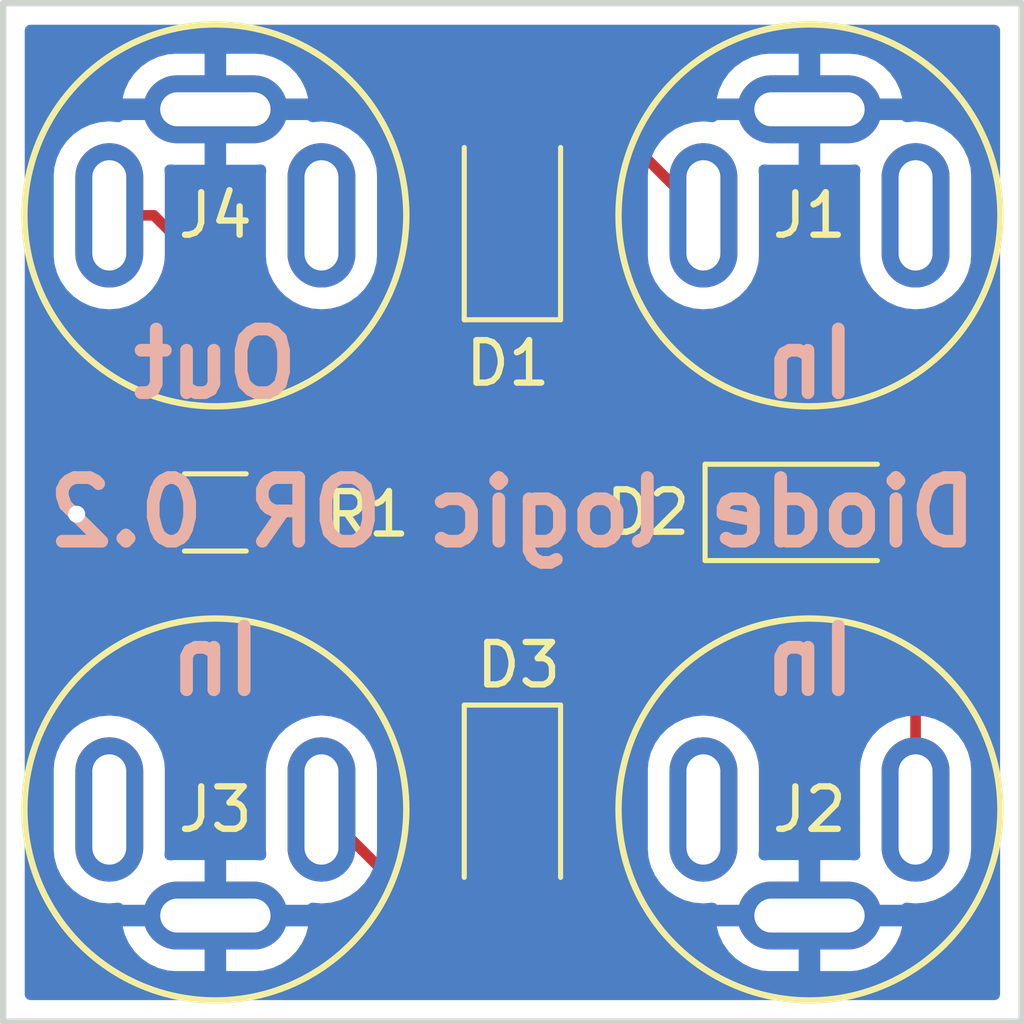
<source format=kicad_pcb>
(kicad_pcb (version 20211014) (generator pcbnew)
  (layers (0 "F.Cu" signal) (31 "B.Cu" signal) (34 "B.Paste" user) (35 "F.Paste" user) (36 "B.SilkS" user "B.Silkscreen") (37 "F.SilkS" user "F.Silkscreen") (38 "B.Mask" user) (39 "F.Mask" user) (44 "Edge.Cuts" user))
  (net 0 "")
  (net 1 "Net-(D1-Pad2)")
  (net 2 "Net-(D1-Pad1)")
  (net 3 "Net-(D2-Pad2)")
  (net 4 "Net-(D3-Pad2)")
  (net 5 "GND")
  (footprint "OpenSoureModular:PJ392-3.5mm-jack-vertical-SRT" (layer "F.Cu") (at 145 75)
    (fp_text reference "J4" (at 0 0) (layer "F.SilkS"))
    (fp_text value "output_1")
    (fp_circle (center 0 0) (end 4.5 0) (layer "F.SilkS") (width 0.15) (fill none))
    (pad "R" thru_hole oval locked (at 2.5 0 90) (size 3.4 1.6) (drill oval 2.6 0.8) (layers *.Cu *.Mask))
    (pad "S" thru_hole oval locked (at 0 -2.5) (size 3.4 1.6) (drill oval 2.6 0.8) (layers *.Cu *.Mask) (net 5 "GND"))
    (pad "T" thru_hole oval locked (at -2.5 0 270) (size 3.4 1.6) (drill oval 2.6 0.8) (layers *.Cu *.Mask) (net 2 "Net-(D1-Pad1)"))
  )
  (footprint "OpenSoureModular:PJ392-3.5mm-jack-vertical-SRT" (layer "F.Cu") (at 145 89 180)
    (fp_text reference "J3" (at 0 0 180) (layer "F.SilkS"))
    (fp_text value "input_3")
    (fp_circle (center 0 0) (end 4.5 0) (layer "F.SilkS") (width 0.15) (fill none))
    (pad "R" thru_hole oval locked (at 2.5 0 270) (size 3.4 1.6) (drill oval 2.6 0.8) (layers *.Cu *.Mask))
    (pad "S" thru_hole oval locked (at 0 -2.5 180) (size 3.4 1.6) (drill oval 2.6 0.8) (layers *.Cu *.Mask) (net 5 "GND"))
    (pad "T" thru_hole oval locked (at -2.5 0 90) (size 3.4 1.6) (drill oval 2.6 0.8) (layers *.Cu *.Mask) (net 4 "Net-(D3-Pad2)"))
  )
  (footprint "OpenSoureModular:PJ392-3.5mm-jack-vertical-SRT" (layer "F.Cu") (at 159 89 180)
    (fp_text reference "J2" (at 0 0 180) (layer "F.SilkS"))
    (fp_text value "input_2")
    (fp_circle (center 0 0) (end 4.5 0) (layer "F.SilkS") (width 0.15) (fill none))
    (pad "R" thru_hole oval locked (at 2.5 0 270) (size 3.4 1.6) (drill oval 2.6 0.8) (layers *.Cu *.Mask))
    (pad "S" thru_hole oval locked (at 0 -2.5 180) (size 3.4 1.6) (drill oval 2.6 0.8) (layers *.Cu *.Mask) (net 5 "GND"))
    (pad "T" thru_hole oval locked (at -2.5 0 90) (size 3.4 1.6) (drill oval 2.6 0.8) (layers *.Cu *.Mask) (net 3 "Net-(D2-Pad2)"))
  )
  (footprint "OpenSoureModular:PJ392-3.5mm-jack-vertical-SRT" (layer "F.Cu") (at 159 75)
    (fp_text reference "J1" (at 0 0) (layer "F.SilkS"))
    (fp_text value "input_1")
    (fp_circle (center 0 0) (end 4.5 0) (layer "F.SilkS") (width 0.15) (fill none))
    (pad "R" thru_hole oval locked (at 2.5 0 90) (size 3.4 1.6) (drill oval 2.6 0.8) (layers *.Cu *.Mask))
    (pad "S" thru_hole oval locked (at 0 -2.5) (size 3.4 1.6) (drill oval 2.6 0.8) (layers *.Cu *.Mask) (net 5 "GND"))
    (pad "T" thru_hole oval locked (at -2.5 0 270) (size 3.4 1.6) (drill oval 2.6 0.8) (layers *.Cu *.Mask) (net 1 "Net-(D1-Pad2)"))
  )
  (footprint "Resistor_SMD:R_1206_3216Metric_Pad1.30x1.75mm_HandSolder" (layer "F.Cu") (at 145 82 180)
    (fp_text reference "R1" (at -3.59 -0.042 180) (layer "F.SilkS"))
    (fp_text value "100K")
    (fp_line (start -0.727064 0.91) (end 0.727064 0.91) (layer "F.SilkS") (width 0.12))
    (fp_line (start -0.727064 -0.91) (end 0.727064 -0.91) (layer "F.SilkS") (width 0.12))
    (pad "1" smd roundrect (at -1.55 0 180) (size 1.3 1.75) (layers "F.Cu" "F.Paste" "F.Mask") (roundrect_rratio 0.1923076923) (net 2 "Net-(D1-Pad1)"))
    (pad "2" smd roundrect (at 1.55 0 180) (size 1.3 1.75) (layers "F.Cu" "F.Paste" "F.Mask") (roundrect_rratio 0.1923076923) (net 5 "GND"))
  )
  (footprint "Diode_SMD:D_1206_3216Metric_Pad1.42x1.75mm_HandSolder" (layer "F.Cu") (at 152 75 90)
    (fp_text reference "D1" (at -3.486 -0.108 180) (layer "F.SilkS"))
    (fp_text value "D")
    (fp_line (start -2.46 1.135) (end 1.6 1.135) (layer "F.SilkS") (width 0.12))
    (fp_line (start 1.6 -1.135) (end -2.46 -1.135) (layer "F.SilkS") (width 0.12))
    (fp_line (start -2.46 -1.135) (end -2.46 1.135) (layer "F.SilkS") (width 0.12))
    (pad "1" smd roundrect (at -1.4875 0 90) (size 1.425 1.75) (layers "F.Cu" "F.Paste" "F.Mask") (roundrect_rratio 0.1754392982) (net 2 "Net-(D1-Pad1)"))
    (pad "2" smd roundrect (at 1.4875 0 90) (size 1.425 1.75) (layers "F.Cu" "F.Paste" "F.Mask") (roundrect_rratio 0.1754392982) (net 1 "Net-(D1-Pad2)"))
  )
  (footprint "Diode_SMD:D_1206_3216Metric_Pad1.42x1.75mm_HandSolder" (layer "F.Cu") (at 159 82)
    (fp_text reference "D2" (at -3.806 0) (layer "F.SilkS"))
    (fp_text value "D")
    (fp_line (start -2.46 1.135) (end 1.6 1.135) (layer "F.SilkS") (width 0.12))
    (fp_line (start -2.46 -1.135) (end -2.46 1.135) (layer "F.SilkS") (width 0.12))
    (fp_line (start 1.6 -1.135) (end -2.46 -1.135) (layer "F.SilkS") (width 0.12))
    (pad "1" smd roundrect (at -1.4875 0) (size 1.425 1.75) (layers "F.Cu" "F.Paste" "F.Mask") (roundrect_rratio 0.1754392982) (net 2 "Net-(D1-Pad1)"))
    (pad "2" smd roundrect (at 1.4875 0) (size 1.425 1.75) (layers "F.Cu" "F.Paste" "F.Mask") (roundrect_rratio 0.1754392982) (net 3 "Net-(D2-Pad2)"))
  )
  (footprint "Diode_SMD:D_1206_3216Metric_Pad1.42x1.75mm_HandSolder" (layer "F.Cu") (at 152 89 -90)
    (fp_text reference "D3" (at -3.402 -0.146) (layer "F.SilkS"))
    (fp_text value "D")
    (fp_line (start 1.6 -1.135) (end -2.46 -1.135) (layer "F.SilkS") (width 0.12))
    (fp_line (start -2.46 1.135) (end 1.6 1.135) (layer "F.SilkS") (width 0.12))
    (fp_line (start -2.46 -1.135) (end -2.46 1.135) (layer "F.SilkS") (width 0.12))
    (pad "1" smd roundrect (at -1.4875 0 270) (size 1.425 1.75) (layers "F.Cu" "F.Paste" "F.Mask") (roundrect_rratio 0.1754392982) (net 2 "Net-(D1-Pad1)"))
    (pad "2" smd roundrect (at 1.4875 0 270) (size 1.425 1.75) (layers "F.Cu" "F.Paste" "F.Mask") (roundrect_rratio 0.1754392982) (net 4 "Net-(D3-Pad2)"))
  )
  (gr_line (start 140 94) (end 140 70) (layer "Edge.Cuts") (width 0.15))
  (gr_line (start 164 94) (end 140 94) (layer "Edge.Cuts") (width 0.15))
  (gr_line (start 140 70) (end 164 70) (layer "Edge.Cuts") (width 0.15))
  (gr_line (start 164 70) (end 164 94) (layer "Edge.Cuts") (width 0.15))
  (gr_text "In" (at 145 85.5) (layer "B.SilkS") (effects (font (size 1.5 1.5) (thickness 0.3)) (justify mirror)))
  (gr_text "Diode logic OR 0.2" (at 152 82) (layer "B.SilkS") (effects (font (size 1.5 1.5) (thickness 0.3)) (justify mirror)))
  (gr_text "Out" (at 145 78.5) (layer "B.SilkS") (effects (font (size 1.5 1.5) (thickness 0.3)) (justify mirror)))
  (gr_text "In" (at 159 85.5) (layer "B.SilkS") (effects (font (size 1.5 1.5) (thickness 0.3)) (justify mirror)))
  (gr_text "In" (at 159 78.5) (layer "B.SilkS") (effects (font (size 1.5 1.5) (thickness 0.3)) (justify mirror)))
  (segment (start 155 73.5) (end 156.5 75) (width 0.25) (layer "F.Cu") (net 1))
  (segment (start 152 73.5) (end 155 73.5) (width 0.25) (layer "F.Cu") (net 1))
  (segment (start 147 78.45) (end 143.55 75) (width 0.25) (layer "F.Cu") (net 2))
  (segment (start 152 76.5) (end 152 77.25) (width 0.25) (layer "F.Cu") (net 2))
  (segment (start 147 82) (end 147 78.45) (width 0.25) (layer "F.Cu") (net 2))
  (segment (start 143.55 75) (end 142.5 75) (width 0.25) (layer "F.Cu") (net 2))
  (segment (start 152 86.75) (end 147.25 82) (width 0.25) (layer "F.Cu") (net 2))
  (segment (start 157.5 82) (end 147 82) (width 0.25) (layer "F.Cu") (net 2))
  (segment (start 152 77.25) (end 147.25 82) (width 0.25) (layer "F.Cu") (net 2))
  (segment (start 147.25 82) (end 147 82) (width 0.25) (layer "F.Cu") (net 2))
  (segment (start 152 87.5) (end 152 86.75) (width 0.25) (layer "F.Cu") (net 2))
  (segment (start 161.5 89) (end 161.5 82.25) (width 0.25) (layer "F.Cu") (net 3))
  (segment (start 161.5 82.25) (end 161.25 82) (width 0.25) (layer "F.Cu") (net 3))
  (segment (start 161.25 82) (end 160.5 82) (width 0.25) (layer "F.Cu") (net 3))
  (segment (start 149 90.5) (end 147.5 89) (width 0.25) (layer "F.Cu") (net 4))
  (segment (start 152 90.5) (end 149 90.5) (width 0.25) (layer "F.Cu") (net 4))
  (segment (start 141.774 82) (end 141.732 82.042) (width 0.25) (layer "F.Cu") (net 5))
  (segment (start 145 90.45) (end 145 91.5) (width 0.25) (layer "F.Cu") (net 5))
  (segment (start 143.45 82) (end 141.774 82) (width 0.25) (layer "F.Cu") (net 5))
  (via (at 141.732 82.042) (size 0.8) (drill 0.4) (layers "F.Cu" "B.Cu") (net 5))
  (zone (net 5) (net_name "GND") (layer "B.Cu") (connect_pads (clearance 0.508)) (min_thickness 0.254) (fill yes (thermal_gap 0.508) (thermal_bridge_width 0.508))
    (polygon (pts (xy 140.5 70.5) (xy 163.5 70.5) (xy 163.5 93.5) (xy 140.5 93.5)))
  )
)
</source>
